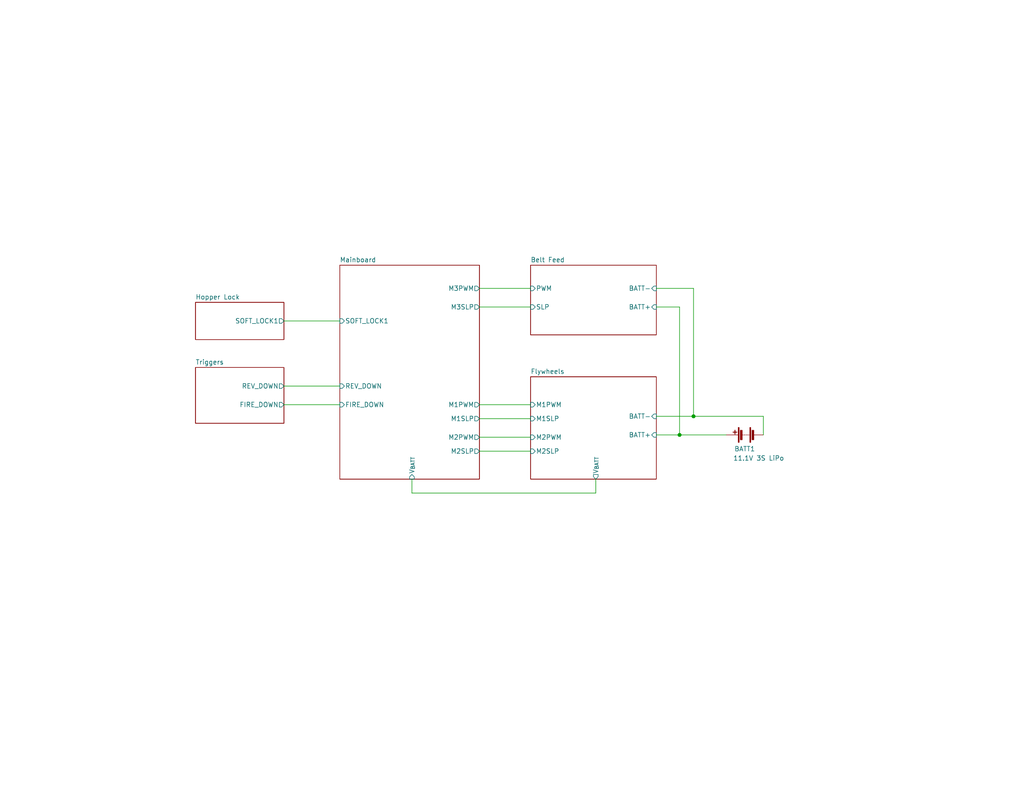
<source format=kicad_sch>
(kicad_sch (version 20211123) (generator eeschema)
  (paper "USLetter")
  (title_block (title "Nemesis Mod") (date "2021-12-08") (rev "v2.0") (company "https://github.com/jeff-winn/nemesis-mod") (comment 1 "For more information please visit the project website:"))
  (lib_symbols
    (symbol "Nemesis-Mod:Battery" (pin_numbers hide) (pin_names (offset 0) hide)
      (property "Reference" "BATT?" (at 2.54 2.54 0))
      (property "Value" "Battery" (at 2.54 0 0))
      (symbol "Battery_0_1"
        (rectangle (start -2.032 -1.397) (end 2.032 -1.651) (fill (type outline)))
        (rectangle (start -2.032 1.778) (end 2.032 1.524) (fill (type outline)))
        (rectangle (start -1.3208 -1.9812) (end 1.27 -2.4892) (fill (type outline)))
        (rectangle (start -1.3208 1.1938) (end 1.27 0.6858) (fill (type outline)))
        (polyline (pts (xy 0 -1.524) (xy 0 -1.27)))
        (polyline (pts (xy 0 -1.016) (xy 0 -0.762)))
        (polyline (pts (xy 0 -0.508) (xy 0 -0.254)))
        (polyline (pts (xy 0 0) (xy 0 0.254)))
        (polyline (pts (xy 0 0.508) (xy 0 0.762)))
        (polyline (pts (xy 0 1.778) (xy 0 2.54)))
        (polyline (pts (xy 0.254 2.667) (xy 1.27 2.667)) (stroke (width 0.254)))
        (polyline (pts (xy 0.762 3.175) (xy 0.762 2.159)) (stroke (width 0.254)))
      )
      (symbol "Battery_1_1"
        (pin power_out line (at 0 5.08 270) (length 2.54) (name "+") (number "1"))
        (pin power_out line (at 0 -5.08 90) (length 2.54) (name "-") (number "2"))
      )
    )
  )
  (junction (at 185.42 118.745))
  (junction (at 189.23 113.665))
  (wire (pts (xy 179.07 78.74) (xy 189.23 78.74)))
  (wire (pts (xy 162.56 130.81) (xy 162.56 134.62)))
  (wire (pts (xy 185.42 118.745) (xy 198.12 118.745)))
  (wire (pts (xy 130.81 83.82) (xy 144.78 83.82)))
  (wire (pts (xy 77.47 110.49) (xy 92.71 110.49)))
  (wire (pts (xy 130.81 123.19) (xy 144.78 123.19)))
  (wire (pts (xy 77.47 105.41) (xy 92.71 105.41)))
  (wire (pts (xy 189.23 78.74) (xy 189.23 113.665)))
  (wire (pts (xy 179.07 118.745) (xy 185.42 118.745)))
  (wire (pts (xy 179.07 83.82) (xy 185.42 83.82)))
  (wire (pts (xy 185.42 83.82) (xy 185.42 118.745)))
  (wire (pts (xy 208.28 113.665) (xy 208.28 118.745)))
  (wire (pts (xy 162.56 134.62) (xy 112.395 134.62)))
  (wire (pts (xy 130.81 78.74) (xy 144.78 78.74)))
  (wire (pts (xy 130.81 114.3) (xy 144.78 114.3)))
  (wire (pts (xy 77.47 87.63) (xy 92.71 87.63)))
  (wire (pts (xy 130.81 110.49) (xy 144.78 110.49)))
  (wire (pts (xy 179.07 113.665) (xy 189.23 113.665)))
  (wire (pts (xy 130.81 119.38) (xy 144.78 119.38)))
  (wire (pts (xy 189.23 113.665) (xy 208.28 113.665)))
  (wire (pts (xy 112.395 134.62) (xy 112.395 130.81)))
  (symbol (lib_id "Nemesis-Mod:Battery") (at 203.2 118.745 90) (unit 1)
    (property "Reference" "BATT1" (at 203.2 122.555 90))
    (property "Value" "11.1V 3S LiPo" (at 207.01 125.095 90))
  )
  (sheet (at 53.34 100.33) (size 24.13 15.24) (stroke (width 0.1524))
    (property "Sheet name" "Triggers" (at 53.34 99.6184 0) (effects (justify left bottom)))
    (property "Sheet file" "triggers.kicad_sch" (effects hide))
    (pin "REV_DOWN" output (at 77.47 105.41 0))
    (pin "FIRE_DOWN" output (at 77.47 110.49 0))
  )
  (sheet (at 144.78 102.87) (size 34.29 27.94) (stroke (width 0.1524))
    (property "Sheet name" "Flywheels" (at 144.78 102.1584 0) (effects (justify left bottom)))
    (property "Sheet file" "flywheels.kicad_sch" (effects hide))
    (pin "BATT+" input (at 179.07 118.745 0))
    (pin "BATT-" input (at 179.07 113.665 0))
    (pin "M1SLP" input (at 144.78 114.3 180))
    (pin "M2SLP" input (at 144.78 123.19 180))
    (pin "M1PWM" input (at 144.78 110.49 180))
    (pin "M2PWM" input (at 144.78 119.38 180))
    (pin "V_{BATT}" output (at 162.56 130.81 270))
  )
  (sheet (at 53.34 82.55) (size 24.13 10.16) (stroke (width 0.1524))
    (property "Sheet name" "Hopper Lock" (at 53.34 81.8384 0) (effects (justify left bottom)))
    (property "Sheet file" "softlock.kicad_sch" (effects hide))
    (pin "SOFT_LOCK1" output (at 77.47 87.63 0))
  )
  (sheet (at 144.78 72.39) (size 34.29 19.05) (stroke (width 0.1524))
    (property "Sheet name" "Belt Feed" (at 144.78 71.6784 0) (effects (justify left bottom)))
    (property "Sheet file" "feed.kicad_sch" (effects hide))
    (pin "BATT+" input (at 179.07 83.82 0))
    (pin "BATT-" input (at 179.07 78.74 0))
    (pin "PWM" input (at 144.78 78.74 180))
    (pin "SLP" input (at 144.78 83.82 180))
  )
  (sheet (at 92.71 72.39) (size 38.1 58.42) (stroke (width 0.1524))
    (property "Sheet name" "Mainboard" (at 92.71 71.6784 0) (effects (justify left bottom)))
    (property "Sheet file" "main.kicad_sch" (effects hide))
    (pin "M2SLP" output (at 130.81 123.19 0))
    (pin "M2PWM" output (at 130.81 119.38 0))
    (pin "M3PWM" output (at 130.81 78.74 0))
    (pin "M1SLP" output (at 130.81 114.3 0))
    (pin "M1PWM" output (at 130.81 110.49 0))
    (pin "M3SLP" output (at 130.81 83.82 0))
    (pin "REV_DOWN" input (at 92.71 105.41 180))
    (pin "FIRE_DOWN" input (at 92.71 110.49 180))
    (pin "SOFT_LOCK1" input (at 92.71 87.63 180))
    (pin "V_{BATT}" input (at 112.395 130.81 270))
  )
)
</source>
